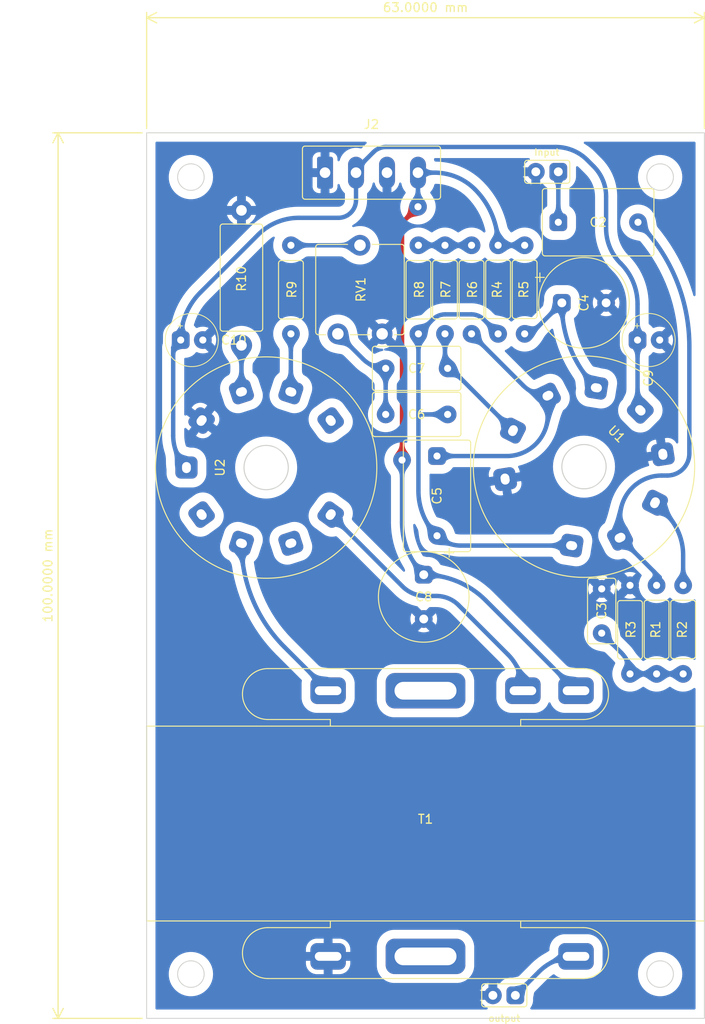
<source format=kicad_pcb>
(kicad_pcb (version 20211014) (generator pcbnew)
  (layers (0 "F.Cu" signal) (31 "B.Cu" signal) (34 "B.Paste" user) (35 "F.Paste" user) (36 "B.SilkS" user "B.Silkscreen") (37 "F.SilkS" user "F.Silkscreen") (38 "B.Mask" user) (39 "F.Mask" user) (44 "Edge.Cuts" user))
  (net 0 "")
  (net 1 "GND")
  (net 2 "240V")
  (net 3 "+6V")
  (net 4 "Net-(C7-Pad1)")
  (net 5 "Net-(C3-Pad1)")
  (net 6 "Left_output")
  (net 7 "Net-(T1-Pad2)")
  (net 8 "Net-(T1-Pad3)")
  (net 9 "Net-(C2-Pad1)")
  (net 10 "Net-(C2-Pad2)")
  (net 11 "Net-(C4-Pad1)")
  (net 12 "Net-(C5-Pad1)")
  (net 13 "Net-(C5-Pad2)")
  (net 14 "Net-(C6-Pad2)")
  (net 15 "Net-(R2-Pad2)")
  (net 16 "Net-(R6-Pad1)")
  (net 17 "Net-(R9-Pad1)")
  (net 18 "Net-(R9-Pad2)")
  (net 19 "Net-(R10-Pad1)")
  (footprint "spdf1626_lib:R_THT_025W" (layer "F.Cu") (at 93.7 57.7 -90)
    (fp_text reference "R6")
    (fp_text value "300k" hide)
  )
  (footprint "spdf1626_lib:C_THT_D10.0mm_P5.00mm" (layer "F.Cu") (at 88.3 92.4 -90)
    (fp_text reference "C8")
    (fp_text value "10uF" hide)
  )
  (footprint "spdf1626_lib:C_THT_K73-17_P9.00mm" (layer "F.Cu") (at 89.8 81 -90)
    (fp_text reference "C5")
    (fp_text value "100n" hide)
  )
  (footprint "spdf1626_lib:R_THT_025W" (layer "F.Cu") (at 117.6 96.1 90)
    (fp_text reference "R2")
    (fp_text value "200R" hide)
  )
  (footprint "spdf1626_lib:PinHeader_1x02_P2.54mm" (layer "F.Cu") (at 103.5 44.4 -90)
    (fp_text reference "J1" hide)
    (fp_text value "Input")
  )
  (footprint "spdf1626_lib:C_THT_D5.0mm_P2.5mm" (layer "F.Cu") (at 62.1 63.4)
    (fp_text reference "C10")
    (fp_text value "10uF" hide)
  )
  (footprint "spdf1626_lib:R_THT_025W" (layer "F.Cu") (at 96.7 57.7 90)
    (fp_text reference "R4")
    (fp_text value "220k opt" hide)
  )
  (footprint "spdf1626_lib:PinHeader_1x02_P2.54mm" (layer "F.Cu") (at 98.649999 137.4 -90)
    (fp_text reference "J3" hide)
    (fp_text value "output")
  )
  (footprint "spdf1626_lib:R_THT_025W" (layer "F.Cu") (at 73.3 57.7 -90)
    (fp_text reference "R9")
    (fp_text value "6k8" hide)
  )
  (footprint "spdf1626_lib:R_THT_025W" (layer "F.Cu") (at 111.6 96.1 -90)
    (fp_text reference "R3")
    (fp_text value "1k8" hide)
  )
  (footprint "spdf1626_lib:R_THT_025W" (layer "F.Cu") (at 87.7 57.7 -90)
    (fp_text reference "R8")
    (fp_text value "1k8" hide)
  )
  (footprint "spdf1626_lib:MCV_1,5_4-G-3.5_1x04_P3.50mm_Vertical" (layer "F.Cu") (at 82.4 44.5)
    (fp_text reference "J2")
    (fp_text value "Conn_01x04" hide)
  )
  (footprint "spdf1626_lib:C_THT_K73-17_P7.00mm" (layer "F.Cu") (at 87.5 66.6 180)
    (fp_text reference "C7")
    (fp_text value "33n" hide)
  )
  (footprint "spdf1626_lib:9-pin_tube_socket(PL9-3P)" (layer "F.Cu") (at 106.4 77.7 -45)
    (fp_text reference "U1")
    (fp_text value "6N2P")
    (fp_circle (center 0 0) (end 2.5 0) (layer "Edge.Cuts") (width 0.12) (fill none))
  )
  (footprint "spdf1626_lib:R_THT_025W" (layer "F.Cu") (at 99.7 57.7 90)
    (fp_text reference "R5")
    (fp_text value "680R" hide)
  )
  (footprint "spdf1626_lib:Potentiometer_THT_CA9V" (layer "F.Cu") (at 83.6 62.7 90)
    (fp_text reference "RV1")
    (fp_text value "100k" hide)
  )
  (footprint "spdf1626_lib:R_THT_1W" (layer "F.Cu") (at 67.71 64 90)
    (fp_text reference "R10")
    (fp_text value "220R*" hide)
  )
  (footprint "spdf1626_lib:C_THT_K73-17_P9.00mm" (layer "F.Cu") (at 108 50.1)
    (fp_text reference "C2")
    (fp_text value "100n" hide)
  )
  (footprint "spdf1626_lib:Output_transformer" (layer "F.Cu") (at 88.5 118)
    (fp_text reference "T1")
    (fp_text value "Transformer_SP_1S")
  )
  (footprint "spdf1626_lib:C_THT_K73-17_P7.00mm" (layer "F.Cu") (at 87.5 71.8 180)
    (fp_text reference "C6")
    (fp_text value "33n opt" hide)
  )
  (footprint "spdf1626_lib:C_THT_K73-17_P5.00mm" (layer "F.Cu") (at 108.4 96.5 90)
    (fp_text reference "C3")
    (fp_text value "1n" hide)
  )
  (footprint "spdf1626_lib:C_THT_D10.0mm_P5.00mm" (layer "F.Cu") (at 106.4 59.2)
    (fp_text reference "C4")
    (fp_text value "10uF" hide)
  )
  (footprint "spdf1626_lib:R_THT_025W" (layer "F.Cu") (at 90.7 57.7 -90)
    (fp_text reference "R7")
    (fp_text value "200R" hide)
  )
  (footprint "spdf1626_lib:R_THT_025W" (layer "F.Cu") (at 114.6 96.1 90)
    (fp_text reference "R1")
    (fp_text value "300k" hide)
  )
  (footprint "spdf1626_lib:9-pin_tube_socket(PL9-3P)" (layer "F.Cu") (at 70.5 77.8 90)
    (fp_text reference "U2")
    (fp_text value "6P14P")
    (fp_circle (center 0 0) (end 2.5 0) (layer "Edge.Cuts") (width 0.12) (fill none))
  )
  (footprint "spdf1626_lib:C_THT_D5.0mm_P2.5mm" (layer "F.Cu") (at 113.7 63.4)
    (fp_text reference "C9")
    (fp_text value "10uF" hide)
  )
  (gr_circle (center 115 135) (end 115 133.5) (layer "Edge.Cuts") (width 0.1) (fill none))
  (gr_circle (center 115 45) (end 115 43.5) (layer "Edge.Cuts") (width 0.1) (fill none))
  (gr_circle (center 62 135) (end 62 133.5) (layer "Edge.Cuts") (width 0.1) (fill none))
  (gr_circle (center 62 45) (end 62 43.5) (layer "Edge.Cuts") (width 0.1) (fill none))
  (gr_rect (start 57 40) (end 120 140) (layer "Edge.Cuts") (width 0.1) (fill none))
  (dimension (type aligned) (layer "F.SilkS") (pts (xy 57 140) (xy 57 40)) (height -10) (gr_text "100,0000 мм" (at 45.85 90 90) (layer "F.SilkS") (effects (font (size 1 1) (thickness 0.15)))) (format (units 3) (units_format 1) (precision 4)) (style (thickness 0.15) (arrow_length 1.27) (text_position_mode 0) (extension_height 0.58642) (extension_offset 0.5) keep_text_aligned))
  (dimension (type aligned) (layer "F.SilkS") (pts (xy 57 40) (xy 120 40)) (height -13) (gr_text "63,0000 мм" (at 88.5 25.85) (layer "F.SilkS") (effects (font (size 1 1) (thickness 0.15)))) (format (units 3) (units_format 1) (precision 4)) (style (thickness 0.15) (arrow_length 1.27) (text_position_mode 0) (extension_height 0.58642) (extension_offset 0.5) keep_text_aligned))
  (segment (start 85.85 76.95) (end 85.85 50.15) (width 0.5) (layer "F.Cu") (net 2))
  (segment (start 85.85 50.15) (end 87.65 48.35) (width 0.5) (layer "F.Cu") (net 2))
  (via (at 87.65 48.35) (size 2) (drill 0.8) (layers "F.Cu" "B.Cu") (net 2))
  (via (at 85.85 76.95) (size 2) (drill 0.8) (layers "F.Cu" "B.Cu") (net 2))
  (segment (start 95.299278 92.799278) (end 105.5 103) (width 0.5) (layer "B.Cu") (net 2))
  (segment (start 85.85 76.95) (end 85.85 83.985152) (width 0.5) (layer "B.Cu") (net 2))
  (segment (start 99.7 52.7) (end 96.7 52.7) (width 0.5) (layer "B.Cu") (net 2))
  (segment (start 89.536122 44.5) (end 87.65 44.5) (width 0.5) (layer "B.Cu") (net 2))
  (segment (start 87.65 44.5) (end 87.65 48.35) (width 0.5) (layer "B.Cu") (net 2))
  (arc (start 95.299278 92.799278) (mid 92.087891 90.653498) (end 88.3 89.9) (width 0.5) (layer "B.Cu") (net 2))
  (arc (start 94.083661 46.383661) (mid 91.997225 44.989544) (end 89.536122 44.5) (width 0.5) (layer "B.Cu") (net 2))
  (arc (start 88.3 89.9) (mid 86.486739 87.186254) (end 85.85 83.985152) (width 0.5) (layer "B.Cu") (net 2))
  (arc (start 94.083661 46.383661) (mid 96.020035 49.28165) (end 96.7 52.7) (width 0.5) (layer "B.Cu") (net 2))
  (segment (start 112.45 71.022078) (end 112.45 63.4) (width 0.5) (layer "B.Cu") (net 3))
  (segment (start 60.85 63.4) (end 60 64.25) (width 0.5) (layer "B.Cu") (net 3))
  (segment (start 110.549648 54.749648) (end 110.514251 54.714251) (width 0.5) (layer "B.Cu") (net 3))
  (segment (start 108.9 50.817103) (end 108.9 47.204568) (width 0.5) (layer "B.Cu") (net 3))
  (segment (start 107.482556 43.782556) (end 106.773877 43.073877) (width 0.5) (layer "B.Cu") (net 3))
  (segment (start 80.65 44.15) (end 80.65 44.5) (width 0.5) (layer "B.Cu") (net 3))
  (segment (start 63.077378 58.022622) (end 69.589877 51.510123) (width 0.5) (layer "B.Cu") (net 3))
  (segment (start 74.201321 49.6) (end 78.65 49.6) (width 0.5) (layer "B.Cu") (net 3))
  (segment (start 82.614213 42.185787) (end 80.65 44.15) (width 0.5) (layer "B.Cu") (net 3))
  (segment (start 112.45 63.4) (end 112.45 59.337504) (width 0.5) (layer "B.Cu") (net 3))
  (segment (start 80.65 47.6) (end 80.65 44.5) (width 0.5) (layer "B.Cu") (net 3))
  (segment (start 112.763961 71.336039) (end 112.45 71.022078) (width 0.5) (layer "B.Cu") (net 3))
  (segment (start 60 64.25) (end 60 74.178736) (width 0.5) (layer "B.Cu") (net 3))
  (segment (start 103.215622 41.6) (end 84.028427 41.6) (width 0.5) (layer "B.Cu") (net 3))
  (arc (start 107.482556 43.782556) (mid 108.531618 45.352588) (end 108.9 47.204568) (width 0.5) (layer "B.Cu") (net 3))
  (arc (start 74.201321 49.6) (mid 71.705625 50.096425) (end 69.589877 51.510123) (width 0.5) (layer "B.Cu") (net 3))
  (arc (start 110.514251 54.714251) (mid 109.31953 52.926224) (end 108.9 50.817103) (width 0.5) (layer "B.Cu") (net 3))
  (arc (start 84.028427 41.6) (mid 83.26306 41.752241) (end 82.614213 42.185787) (width 0.5) (layer "B.Cu") (net 3))
  (arc (start 106.773877 43.073877) (mid 105.141336 41.983048) (end 103.215622 41.6) (width 0.5) (layer "B.Cu") (net 3))
  (arc (start 60 74.178736) (mid 60.389827 76.138528) (end 61.5 77.8) (width 0.5) (layer "B.Cu") (net 3))
  (arc (start 60.85 63.4) (mid 61.428877 60.489779) (end 63.077378 58.022622) (width 0.5) (layer "B.Cu") (net 3))
  (arc (start 78.65 49.6) (mid 80.064214 49.014214) (end 80.65 47.6) (width 0.5) (layer "B.Cu") (net 3))
  (arc (start 112.45 59.337504) (mid 111.956115 56.854574) (end 110.549648 54.749648) (width 0.5) (layer "B.Cu") (net 3))
  (segment (start 91.354344 66.6) (end 98.381409 73.627065) (width 0.5) (layer "B.Cu") (net 4))
  (segment (start 90.7 66.3) (end 91 66.6) (width 0.5) (layer "B.Cu") (net 4))
  (segment (start 91 66.6) (end 91.354344 66.6) (width 0.5) (layer "B.Cu") (net 4))
  (segment (start 90.7 62.7) (end 90.7 66.3) (width 0.5) (layer "B.Cu") (net 4))
  (segment (start 117.6 101.1) (end 114.6 101.1) (width 0.5) (layer "B.Cu") (net 5))
  (segment (start 114.6 101.1) (end 111.6 101.1) (width 0.5) (layer "B.Cu") (net 5))
  (segment (start 110.610037 98.710037) (end 108.4 96.5) (width 0.5) (layer "B.Cu") (net 5))
  (arc (start 111.6 101.1) (mid 111.342717 99.806571) (end 110.610037 98.710037) (width 0.5) (layer "B.Cu") (net 5))
  (segment (start 98.649999 137.4) (end 101.317586 134.732413) (width 0.5) (layer "B.Cu") (net 6))
  (arc (start 105.5 133) (mid 103.236494 133.450239) (end 101.317586 134.732413) (width 0.5) (layer "B.Cu") (net 6))
  (segment (start 85.900383 91.220383) (end 77.79 83.11) (width 0.5) (layer "B.Cu") (net 7))
  (segment (start 97.80295 98.90295) (end 92.243651 93.343651) (width 0.5) (layer "B.Cu") (net 7))
  (segment (start 89.724055 92.3) (end 88.506809 92.3) (width 0.5) (layer "B.Cu") (net 7))
  (arc (start 85.900383 91.220383) (mid 87.096221 92.019416) (end 88.506809 92.3) (width 0.5) (layer "B.Cu") (net 7))
  (arc (start 92.243651 93.343651) (mid 91.087651 92.571236) (end 89.724055 92.3) (width 0.5) (layer "B.Cu") (net 7))
  (arc (start 97.80295 98.90295) (mid 99.058952 100.78269) (end 99.5 103) (width 0.5) (layer "B.Cu") (net 7))
  (segment (start 77.5 103) (end 72.560749 98.060749) (width 0.5) (layer "B.Cu") (net 8))
  (arc (start 67.71 86.35) (mid 68.970668 92.687815) (end 72.560749 98.060749) (width 0.5) (layer "B.Cu") (net 8))
  (segment (start 103.5 50.1) (end 103.5 44.4) (width 0.5) (layer "B.Cu") (net 9))
  (segment (start 118.3 76.205904) (end 118.3 64.102524) (width 0.5) (layer "B.Cu") (net 10))
  (segment (start 110.472935 85.718591) (end 110.472935 83.410496) (width 0.5) (layer "B.Cu") (net 10))
  (segment (start 115.183431 78.7) (end 115.805904 78.7) (width 0.5) (layer "B.Cu") (net 10))
  (segment (start 114.95 90.75) (end 114.6 91.1) (width 0.5) (layer "B.Cu") (net 10))
  (segment (start 110.472935 85.718591) (end 114.95 90.195656) (width 0.5) (layer "B.Cu") (net 10))
  (segment (start 114.95 90.195656) (end 114.95 90.75) (width 0.5) (layer "B.Cu") (net 10))
  (arc (start 118.3 64.102524) (mid 116.792613 56.52438) (end 112.5 50.1) (width 0.5) (layer "B.Cu") (net 10))
  (arc (start 118.3 76.205904) (mid 117.569496 77.969496) (end 115.805904 78.7) (width 0.5) (layer "B.Cu") (net 10))
  (arc (start 110.472935 83.410496) (mid 111.852607 80.079672) (end 115.183431 78.7) (width 0.5) (layer "B.Cu") (net 10))
  (segment (start 100.4 62.7) (end 103.9 59.2) (width 0.5) (layer "B.Cu") (net 11))
  (segment (start 103.9 59.2) (end 103.9 59.374857) (width 0.5) (layer "B.Cu") (net 11))
  (segment (start 99.7 62.7) (end 100.4 62.7) (width 0.5) (layer "B.Cu") (net 11))
  (arc (start 107.800071 68.790455) (mid 104.913594 64.470539) (end 103.9 59.374857) (width 0.5) (layer "B.Cu") (net 11))
  (segment (start 102.327065 71.840228) (end 102.327065 69.681409) (width 0.5) (layer "B.Cu") (net 12))
  (segment (start 89.8 76.5) (end 97.667293 76.5) (width 0.5) (layer "B.Cu") (net 12))
  (segment (start 93.7 62.7) (end 99.517756 68.517756) (width 0.5) (layer "B.Cu") (net 12))
  (arc (start 102.327065 71.840228) (mid 100.962249 75.135184) (end 97.667293 76.5) (width 0.5) (layer "B.Cu") (net 12))
  (arc (start 102.327065 69.681409) (mid 100.806676 69.378986) (end 99.517756 68.517756) (width 0.5) (layer "B.Cu") (net 12))
  (segment (start 93.671573 60.5) (end 90.728427 60.5) (width 0.5) (layer "B.Cu") (net 13))
  (segment (start 104.999929 86.609545) (end 92.478657 86.609545) (width 0.5) (layer "B.Cu") (net 13))
  (segment (start 96.7 62.7) (end 95.085786 61.085786) (width 0.5) (layer "B.Cu") (net 13))
  (segment (start 89.314213 61.085787) (end 87.7 62.7) (width 0.5) (layer "B.Cu") (net 13))
  (segment (start 87.7 80.430114) (end 87.7 71.8) (width 0.5) (layer "B.Cu") (net 13))
  (segment (start 87.7 71.8) (end 87.7 62.7) (width 0.5) (layer "B.Cu") (net 13))
  (segment (start 91 71.8) (end 87.7 71.8) (width 0.5) (layer "B.Cu") (net 13))
  (arc (start 89.8 85.5) (mid 91.028986 86.321187) (end 92.478657 86.609545) (width 0.5) (layer "B.Cu") (net 13))
  (arc (start 87.7 80.430114) (mid 88.245779 83.17393) (end 89.8 85.5) (width 0.5) (layer "B.Cu") (net 13))
  (arc (start 93.671573 60.5) (mid 94.43694 60.652241) (end 95.085786 61.085786) (width 0.5) (layer "B.Cu") (net 13))
  (arc (start 90.728427 60.5) (mid 89.96306 60.652241) (end 89.314213 61.085787) (width 0.5) (layer "B.Cu") (net 13))
  (segment (start 81.439248 65.539248) (end 78.6 62.7) (width 0.5) (layer "B.Cu") (net 14))
  (segment (start 84 71.8) (end 84 66.6) (width 0.5) (layer "B.Cu") (net 14))
  (arc (start 84 66.6) (mid 82.61419 66.32432) (end 81.439248 65.539248) (width 0.5) (layer "B.Cu") (net 14))
  (segment (start 115.662316 83.01666) (end 114.418591 81.772935) (width 0.5) (layer "B.Cu") (net 15))
  (segment (start 117.6 91.1) (end 117.6 87.694644) (width 0.5) (layer "B.Cu") (net 15))
  (arc (start 117.6 87.694644) (mid 117.096412 85.162937) (end 115.662316 83.01666) (width 0.5) (layer "B.Cu") (net 15))
  (segment (start 93.7 52.7) (end 90.7 52.7) (width 0.5) (layer "B.Cu") (net 16))
  (segment (start 90.7 52.7) (end 87.7 52.7) (width 0.5) (layer "B.Cu") (net 16))
  (segment (start 81.1 52.7) (end 73.3 52.7) (width 0.5) (layer "B.Cu") (net 17))
  (segment (start 73.29 62.71) (end 73.3 62.7) (width 0.5) (layer "B.Cu") (net 18))
  (segment (start 73.29 69.25) (end 73.29 62.71) (width 0.5) (layer "B.Cu") (net 18))
  (segment (start 67.71 64) (end 67.71 69.25) (width 0.5) (layer "B.Cu") (net 19))
  (zone (net 2) (net_name "240V") (layer "F.Cu") (priority 16962) (connect_pads yes (clearance 0)) (min_thickness 0.0254) (fill yes (thermal_gap 0.508) (thermal_bridge_width 0.508))
    (polygon (pts (xy 85.6 74.96) (xy 85.590391 75.190451) (xy 85.562946 75.381993) (xy 85.519737 75.542965) (xy 85.462838 75.681702) (xy 85.394321 75.806543) (xy 85.316257 75.925825) (xy 85.230721 76.047886) (xy 85.139784 76.181062) (xy 85.04552 76.333691) (xy 84.95 76.514111) (xy 85.85 77.45) (xy 86.75 76.514111) (xy 86.654479 76.333691) (xy 86.560215 76.181062) (xy 86.469278 76.047886) (xy 86.383742 75.925825) (xy 86.305678 75.806543) (xy 86.237161 75.681702) (xy 86.180262 75.542965) (xy 86.137053 75.381993) (xy 86.109608 75.190451) (xy 86.1 74.96)))
  )
  (zone (net 2) (net_name "240V") (layer "F.Cu") (priority 16962) (connect_pads yes (clearance 0)) (min_thickness 0.0254) (fill yes (thermal_gap 0.508) (thermal_bridge_width 0.508))
    (polygon (pts (xy 86.419635 49.933918) (xy 86.589383 49.777758) (xy 86.74423 49.661724) (xy 86.888607 49.578453) (xy 87.026943 49.520585) (xy 87.163668 49.480758) (xy 87.303211 49.451612) (xy 87.450004 49.425786) (xy 87.608476 49.395918) (xy 87.783056 49.354648) (xy 87.978175 49.294616) (xy 88.003553 47.996447) (xy 86.705384 48.021825) (xy 86.645351 48.216943) (xy 86.604081 48.391523) (xy 86.574213 48.549995) (xy 86.548387 48.696788) (xy 86.519241 48.836331) (xy 86.479414 48.973056) (xy 86.421546 49.111392) (xy 86.338275 49.255769) (xy 86.222241 49.410616) (xy 86.066082 49.580365)))
  )
  (zone (net 12) (net_name "Net-(C5-Pad1)") (layer "B.Cu") (priority 16962) (connect_pads yes (clearance 0)) (min_thickness 0.0254) (fill yes (thermal_gap 0.508) (thermal_bridge_width 0.508))
    (polygon (pts (xy 91.79 76.25) (xy 91.559548 76.240391) (xy 91.368006 76.212946) (xy 91.207034 76.169737) (xy 91.068297 76.112838) (xy 90.943456 76.044321) (xy 90.824174 75.966257) (xy 90.702113 75.880721) (xy 90.568937 75.789784) (xy 90.416308 75.69552) (xy 90.235889 75.6) (xy 89.3 76.5) (xy 90.235889 77.4) (xy 90.416308 77.304479) (xy 90.568937 77.210215) (xy 90.702113 77.119278) (xy 90.824174 77.033742) (xy 90.943456 76.955678) (xy 91.068297 76.887161) (xy 91.207034 76.830262) (xy 91.368006 76.787053) (xy 91.559548 76.759608) (xy 91.79 76.75)))
  )
  (zone (net 3) (net_name "+6V") (layer "B.Cu") (priority 16962) (connect_pads yes (clearance 0)) (min_thickness 0.0254) (fill yes (thermal_gap 0.508) (thermal_bridge_width 0.508))
    (polygon (pts (xy 60.25 65.047918) (xy 60.263118 64.891205) (xy 60.300768 64.767082) (xy 60.360392 64.670524) (xy 60.439432 64.596511) (xy 60.535331 64.540019) (xy 60.64553 64.496027) (xy 60.767471 64.459513) (xy 60.898598 64.425455) (xy 61.036352 64.388829) (xy 61.178175 64.344616) (xy 61.203553 63.046447) (xy 59.850001 63.4) (xy 59.8472 63.597698) (xy 59.8396 63.766855) (xy 59.8284 63.915431) (xy 59.8148 64.051387) (xy 59.8 64.182684) (xy 59.7852 64.317284) (xy 59.7716 64.463145) (xy 59.7604 64.628231) (xy 59.7528 64.820502) (xy 59.75 65.047918)))
  )
  (zone (net 9) (net_name "Net-(C2-Pad1)") (layer "B.Cu") (priority 16962) (connect_pads yes (clearance 0)) (min_thickness 0.0254) (fill yes (thermal_gap 0.508) (thermal_bridge_width 0.508))
    (polygon (pts (xy 103.75 46.39) (xy 103.759608 46.159548) (xy 103.787053 45.968006) (xy 103.830262 45.807034) (xy 103.887161 45.668297) (xy 103.955678 45.543456) (xy 104.033742 45.424174) (xy 104.119278 45.302113) (xy 104.210215 45.168937) (xy 104.304479 45.016308) (xy 104.4 44.835889) (xy 103.5 43.9) (xy 102.6 44.835889) (xy 102.69552 45.016308) (xy 102.789784 45.168937) (xy 102.880721 45.302113) (xy 102.966257 45.424174) (xy 103.044321 45.543456) (xy 103.112838 45.668297) (xy 103.169737 45.807034) (xy 103.212946 45.968006) (xy 103.240391 46.159548) (xy 103.25 46.39)))
  )
  (zone (net 19) (net_name "Net-(R10-Pad1)") (layer "B.Cu") (priority 16962) (connect_pads yes (clearance 0)) (min_thickness 0.0254) (fill yes (thermal_gap 0.508) (thermal_bridge_width 0.508))
    (polygon (pts (xy 67.96 66.39) (xy 67.972735 66.111175) (xy 68.008972 65.880673) (xy 68.065751 65.688052) (xy 68.140116 65.522867) (xy 68.229109 65.374674) (xy 68.329774 65.23303) (xy 68.439153 65.087491) (xy 68.554288 64.927613) (xy 68.672223 64.742953) (xy 68.79 64.523067) (xy 67.71 63.4) (xy 66.63 64.523067) (xy 66.747776 64.742953) (xy 66.865711 64.927613) (xy 66.980846 65.087491) (xy 67.090225 65.23303) (xy 67.19089 65.374674) (xy 67.279883 65.522867) (xy 67.354248 65.688052) (xy 67.411027 65.880673) (xy 67.447264 66.111175) (xy 67.46 66.39)))
  )
  (zone (net 5) (net_name "Net-(C3-Pad1)") (layer "B.Cu") (priority 16962) (connect_pads yes (clearance 0)) (min_thickness 0.0254) (fill yes (thermal_gap 0.508) (thermal_bridge_width 0.508))
    (polygon (pts (xy 115.61 101.35) (xy 115.840451 101.359608) (xy 116.031993 101.387053) (xy 116.192965 101.430262) (xy 116.331702 101.487161) (xy 116.456543 101.555678) (xy 116.575825 101.633742) (xy 116.697886 101.719278) (xy 116.831062 101.810215) (xy 116.983691 101.904479) (xy 117.164111 102) (xy 118.1 101.1) (xy 117.164111 100.2) (xy 116.983691 100.29552) (xy 116.831062 100.389784) (xy 116.697886 100.480721) (xy 116.575825 100.566257) (xy 116.456543 100.644321) (xy 116.331702 100.712838) (xy 116.192965 100.769737) (xy 116.031993 100.812946) (xy 115.840451 100.840391) (xy 115.61 100.85)))
  )
  (zone (net 18) (net_name "Net-(R9-Pad2)") (layer "B.Cu") (priority 16962) (connect_pads yes (clearance 0)) (min_thickness 0.0254) (fill yes (thermal_gap 0.508) (thermal_bridge_width 0.508))
    (polygon (pts (xy 73.54 64.7) (xy 73.549572 64.469088) (xy 73.576949 64.27711) (xy 73.620118 64.115748) (xy 73.677071 63.976687) (xy 73.745794 63.851609) (xy 73.824278 63.732196) (xy 73.910511 63.610133) (xy 74.002482 63.477101) (xy 74.098181 63.324785) (xy 74.195596 63.144867) (xy 73.304999 62.200025) (xy 72.395687 63.126868) (xy 72.490139 63.309843) (xy 72.583445 63.464682) (xy 72.673532 63.599795) (xy 72.758328 63.723598) (xy 72.835763 63.844501) (xy 72.903764 63.97092) (xy 72.96026 64.111266) (xy 73.003178 64.273952) (xy 73.030449 64.467392) (xy 73.04 64.7)))
  )
  (zone (net 4) (net_name "Net-(C7-Pad1)") (layer "B.Cu") (priority 16962) (connect_pads yes (clearance 0)) (min_thickness 0.0254) (fill yes (thermal_gap 0.508) (thermal_bridge_width 0.508))
    (polygon (pts (xy 90.95 64.69) (xy 90.959608 64.459548) (xy 90.987053 64.268006) (xy 91.030262 64.107034) (xy 91.087161 63.968297) (xy 91.155678 63.843456) (xy 91.233742 63.724174) (xy 91.319278 63.602113) (xy 91.410215 63.468937) (xy 91.504479 63.316308) (xy 91.6 63.135889) (xy 90.7 62.2) (xy 89.8 63.135889) (xy 89.89552 63.316308) (xy 89.989784 63.468937) (xy 90.080721 63.602113) (xy 90.166257 63.724174) (xy 90.244321 63.843456) (xy 90.312838 63.968297) (xy 90.369737 64.107034) (xy 90.412946 64.268006) (xy 90.440391 64.459548) (xy 90.45 64.69)))
  )
  (zone (net 7) (net_name "Net-(T1-Pad2)") (layer "B.Cu") (priority 16962) (connect_pads yes (clearance 0)) (min_thickness 0.0254) (fill yes (thermal_gap 0.508) (thermal_bridge_width 0.508))
    (polygon (pts (xy 98.523316 100.25599) (xy 98.658619 100.537707) (xy 98.727612 100.785302) (xy 98.740166 101.00701) (xy 98.706151 101.211066) (xy 98.635439 101.405706) (xy 98.537901 101.599164) (xy 98.423407 101.799676) (xy 98.301827 102.015478) (xy 98.183034 102.254805) (xy 98.076898 102.525892) (xy 99.596809 103.743725) (xy 100.754309 102.177379) (xy 100.557686 101.897891) (xy 100.373419 101.67138) (xy 100.198288 101.483197) (xy 100.029074 101.318691) (xy 99.862558 101.163215) (xy 99.69552 101.002116) (xy 99.524743 100.820747) (xy 99.347006 100.604458) (xy 99.15909 100.338598) (xy 98.957778 100.00852)))
  )
  (zone (net 12) (net_name "Net-(C5-Pad1)") (layer "B.Cu") (priority 16962) (connect_pads yes (clearance 0)) (min_thickness 0.0254) (fill yes (thermal_gap 0.508) (thermal_bridge_width 0.508))
    (polygon (pts (xy 99.841677 69.122573) (xy 100.099102 69.31825) (xy 100.308685 69.493292) (xy 100.481493 69.652208) (xy 100.628598 69.799508) (xy 100.76107 69.939704) (xy 100.889979 70.077306) (xy 101.026395 70.216826) (xy 101.181388 70.362772) (xy 101.366029 70.519657) (xy 101.591389 70.691992) (xy 102.944347 69.779323) (xy 101.965178 68.484941) (xy 101.746435 68.562885) (xy 101.549964 68.651) (xy 101.370398 68.740921) (xy 101.202371 68.824284) (xy 101.040514 68.892724) (xy 100.879461 68.937878) (xy 100.713845 68.951381) (xy 100.538298 68.924868) (xy 100.347455 68.849976) (xy 100.135947 68.718341)))
  )
  (zone (net 12) (net_name "Net-(C5-Pad1)") (layer "B.Cu") (priority 16962) (connect_pads yes (clearance 0)) (min_thickness 0.0254) (fill yes (thermal_gap 0.508) (thermal_bridge_width 0.508))
    (polygon (pts (xy 95.283918 63.930365) (xy 95.127758 63.760616) (xy 95.011724 63.605769) (xy 94.928453 63.461392) (xy 94.870585 63.323056) (xy 94.830758 63.186331) (xy 94.801612 63.046788) (xy 94.775786 62.899995) (xy 94.745918 62.741523) (xy 94.704648 62.566943) (xy 94.644616 62.371825) (xy 93.346447 62.346447) (xy 93.371825 63.644616) (xy 93.566943 63.704648) (xy 93.741523 63.745918) (xy 93.899995 63.775786) (xy 94.046788 63.801612) (xy 94.186331 63.830758) (xy 94.323056 63.870585) (xy 94.461392 63.928453) (xy 94.605769 64.011724) (xy 94.760616 64.127758) (xy 94.930365 64.283918)))
  )
  (zone (net 3) (net_name "+6V") (layer "B.Cu") (priority 16962) (connect_pads yes (clearance 0)) (min_thickness 0.0254) (fill yes (thermal_gap 0.508) (thermal_bridge_width 0.508))
    (polygon (pts (xy 60.870074 61.357983) (xy 60.799097 61.592621) (xy 60.725148 61.78539) (xy 60.647845 61.945339) (xy 60.566804 62.081512) (xy 60.481641 62.202959) (xy 60.391973 62.318725) (xy 60.297417 62.437857) (xy 60.197588 62.569403) (xy 60.092104 62.722409) (xy 59.980582 62.905923) (xy 60.817151 63.898919) (xy 61.776693 63.024181) (xy 61.696168 62.846435) (xy 61.613072 62.692541) (xy 61.531548 62.555563) (xy 61.455738 62.428568) (xy 61.389785 62.304623) (xy 61.337833 62.176794) (xy 61.304023 62.038148) (xy 61.2925 61.88175) (xy 61.307405 61.700667) (xy 61.352882 61.487967)))
  )
  (zone (net 5) (net_name "Net-(C3-Pad1)") (layer "B.Cu") (priority 16962) (connect_pads yes (clearance 0)) (min_thickness 0.0254) (fill yes (thermal_gap 0.508) (thermal_bridge_width 0.508))
    (polygon (pts (xy 110.817834 99.354139) (xy 110.916886 99.525377) (xy 110.974123 99.679072) (xy 110.995535 99.819595) (xy 110.987114 99.951315) (xy 110.95485 100.078603) (xy 110.904735 100.20583) (xy 110.842759 100.337366) (xy 110.774915 100.47758) (xy 110.707192 100.630845) (xy 110.645582 100.80153) (xy 111.673699 101.594538) (xy 112.42592 100.536213) (xy 112.294736 100.352394) (xy 112.175384 100.200185) (xy 112.064415 100.070874) (xy 111.958382 99.955751) (xy 111.853839 99.846108) (xy 111.747338 99.733235) (xy 111.635433 99.608421) (xy 111.514676 99.462957) (xy 111.381622 99.288133) (xy 111.232822 99.075241)))
  )
  (zone (net 2) (net_name "240V") (layer "B.Cu") (priority 16962) (connect_pads yes (clearance 0)) (min_thickness 0.0254) (fill yes (thermal_gap 0.508) (thermal_bridge_width 0.508))
    (polygon (pts (xy 97.71 52.95) (xy 97.940451 52.959608) (xy 98.131993 52.987053) (xy 98.292965 53.030262) (xy 98.431702 53.087161) (xy 98.556543 53.155678) (xy 98.675825 53.233742) (xy 98.797886 53.319278) (xy 98.931062 53.410215) (xy 99.083691 53.504479) (xy 99.264111 53.6) (xy 100.2 52.7) (xy 99.264111 51.8) (xy 99.083691 51.89552) (xy 98.931062 51.989784) (xy 98.797886 52.080721) (xy 98.675825 52.166257) (xy 98.556543 52.244321) (xy 98.431702 52.312838) (xy 98.292965 52.369737) (xy 98.131993 52.412946) (xy 97.940451 52.440391) (xy 97.71 52.45)))
  )
  (zone (net 14) (net_name "Net-(C6-Pad2)") (layer "B.Cu") (priority 16962) (connect_pads yes (clearance 0)) (min_thickness 0.0254) (fill yes (thermal_gap 0.508) (thermal_bridge_width 0.508))
    (polygon (pts (xy 84.25 68.59) (xy 84.259608 68.359548) (xy 84.287053 68.168006) (xy 84.330262 68.007034) (xy 84.387161 67.868297) (xy 84.455678 67.743456) (xy 84.533742 67.624174) (xy 84.619278 67.502113) (xy 84.710215 67.368937) (xy 84.804479 67.216308) (xy 84.9 67.035889) (xy 84 66.1) (xy 83.1 67.035889) (xy 83.19552 67.216308) (xy 83.289784 67.368937) (xy 83.380721 67.502113) (xy 83.466257 67.624174) (xy 83.544321 67.743456) (xy 83.612838 67.868297) (xy 83.669737 68.007034) (xy 83.712946 68.168006) (xy 83.740391 68.359548) (xy 83.75 68.59)))
  )
  (zone (net 3) (net_name "+6V") (layer "B.Cu") (priority 16962) (connect_pads yes (clearance 0)) (min_thickness 0.0254) (fill yes (thermal_gap 0.508) (thermal_bridge_width 0.508))
    (polygon (pts (xy 59.985536 75.751864) (xy 60.07084 76.060364) (xy 60.12636 76.324348) (xy 60.158594 76.554064) (xy 60.174041 76.759761) (xy 60.179197 76.951686) (xy 60.180562 77.140088) (xy 60.184634 77.335216) (xy 60.197911 77.547317) (xy 60.226892 77.78664) (xy 60.278075 78.063434) (xy 61.884858 78.292452) (xy 62.050902 76.677946) (xy 61.831218 76.582885) (xy 61.623863 76.512484) (xy 61.429294 76.45648) (xy 61.247966 76.404609) (xy 61.080336 76.346608) (xy 60.926859 76.272212) (xy 60.787991 76.171159) (xy 60.66419 76.033186) (xy 60.555911 75.848029) (xy 60.46361 75.605424)))
  )
  (zone (net 8) (net_name "Net-(T1-Pad3)") (layer "B.Cu") (priority 16962) (connect_pads yes (clearance 0)) (min_thickness 0.0254) (fill yes (thermal_gap 0.508) (thermal_bridge_width 0.508))
    (polygon (pts (xy 68.145488 88.802922) (xy 68.117571 88.521408) (xy 68.124301 88.285847) (xy 68.160921 88.086208) (xy 68.222676 87.912461) (xy 68.304812 87.754575) (xy 68.402572 87.602522) (xy 68.511202 87.446271) (xy 68.625945 87.275792) (xy 68.742048 87.081055) (xy 68.854755 86.85203) (xy 67.68642 85.725445) (xy 66.606358 86.936918) (xy 66.74118 87.168774) (xy 66.873001 87.361182) (xy 67.000418 87.52579) (xy 67.122028 87.674246) (xy 67.236427 87.818198) (xy 67.342213 87.969296) (xy 67.437984 88.139187) (xy 67.522336 88.339521) (xy 67.593867 88.581946) (xy 67.651174 88.87811)))
  )
  (zone (net 15) (net_name "Net-(R2-Pad2)") (layer "B.Cu") (priority 16962) (connect_pads yes (clearance 0)) (min_thickness 0.0254) (fill yes (thermal_gap 0.508) (thermal_bridge_width 0.508))
    (polygon (pts (xy 116.664527 83.838121) (xy 116.461231 83.52799) (xy 116.300258 83.259522) (xy 116.173802 83.022309) (xy 116.074056 82.805943) (xy 115.993214 82.600017) (xy 115.923471 82.394123) (xy 115.857021 82.177853) (xy 115.786056 81.9408) (xy 115.702772 81.672557) (xy 115.599362 81.362716) (xy 113.97665 81.330994) (xy 114.008372 82.953706) (xy 114.305788 83.046278) (xy 114.574504 83.113866) (xy 114.819185 83.167835) (xy 115.044496 83.219551) (xy 115.255104 83.280378) (xy 115.455672 83.361682) (xy 115.650866 83.474829) (xy 115.845352 83.631183) (xy 116.043795 83.84211) (xy 116.250861 84.118975)))
  )
  (zone (net 16) (net_name "Net-(R6-Pad1)") (layer "B.Cu") (priority 16962) (connect_pads yes (clearance 0)) (min_thickness 0.0254) (fill yes (thermal_gap 0.508) (thermal_bridge_width 0.508))
    (polygon (pts (xy 91.71 52.95) (xy 91.940451 52.959608) (xy 92.131993 52.987053) (xy 92.292965 53.030262) (xy 92.431702 53.087161) (xy 92.556543 53.155678) (xy 92.675825 53.233742) (xy 92.797886 53.319278) (xy 92.931062 53.410215) (xy 93.083691 53.504479) (xy 93.264111 53.6) (xy 94.2 52.7) (xy 93.264111 51.8) (xy 93.083691 51.89552) (xy 92.931062 51.989784) (xy 92.797886 52.080721) (xy 92.675825 52.166257) (xy 92.556543 52.244321) (xy 92.431702 52.312838) (xy 92.292965 52.369737) (xy 92.131993 52.412946) (xy 91.940451 52.440391) (xy 91.71 52.45)))
  )
  (zone (net 4) (net_name "Net-(C7-Pad1)") (layer "B.Cu") (priority 16962) (connect_pads yes (clearance 0)) (min_thickness 0.0254) (fill yes (thermal_gap 0.508) (thermal_bridge_width 0.508))
    (polygon (pts (xy 90.45 64.64) (xy 90.440927 64.895743) (xy 90.415789 65.109808) (xy 90.377708 65.291615) (xy 90.329806 65.450585) (xy 90.275204 65.596139) (xy 90.217023 65.737698) (xy 90.158386 65.884683) (xy 90.102415 66.046514) (xy 90.052229 66.232613) (xy 90.010953 66.4524) (xy 91.149137 67.077239) (xy 91.729016 65.915505) (xy 91.599477 65.785235) (xy 91.477765 65.673287) (xy 91.365246 65.573016) (xy 91.26329 65.477778) (xy 91.173264 65.38093) (xy 91.096538 65.275828) (xy 91.03448 65.155828) (xy 90.988459 65.014286) (xy 90.959842 64.844557) (xy 90.95 64.64)))
  )
  (zone (net 5) (net_name "Net-(C3-Pad1)") (layer "B.Cu") (priority 16962) (connect_pads yes (clearance 0)) (min_thickness 0.0254) (fill yes (thermal_gap 0.508) (thermal_bridge_width 0.508))
    (polygon (pts (xy 116.59 100.85) (xy 116.359548 100.840391) (xy 116.168006 100.812946) (xy 116.007034 100.769737) (xy 115.868297 100.712838) (xy 115.743456 100.644321) (xy 115.624174 100.566257) (xy 115.502113 100.480721) (xy 115.368937 100.389784) (xy 115.216308 100.29552) (xy 115.035889 100.2) (xy 114.1 101.1) (xy 115.035889 102) (xy 115.216308 101.904479) (xy 115.368937 101.810215) (xy 115.502113 101.719278) (xy 115.624174 101.633742) (xy 115.743456 101.555678) (xy 115.868297 101.487161) (xy 116.007034 101.430262) (xy 116.168006 101.387053) (xy 116.359548 101.359608) (xy 116.59 101.35)))
  )
  (zone (net 13) (net_name "Net-(C5-Pad2)") (layer "B.Cu") (priority 16962) (connect_pads yes (clearance 0)) (min_thickness 0.0254) (fill yes (thermal_gap 0.508) (thermal_bridge_width 0.508))
    (polygon (pts (xy 88.930365 61.116082) (xy 88.760616 61.272241) (xy 88.605769 61.388275) (xy 88.461392 61.471546) (xy 88.323056 61.529414) (xy 88.186331 61.569241) (xy 88.046788 61.598387) (xy 87.899995 61.624213) (xy 87.741523 61.654081) (xy 87.566943 61.695351) (xy 87.371825 61.755384) (xy 87.346447 63.053553) (xy 88.644616 63.028175) (xy 88.704648 62.833056) (xy 88.745918 62.658476) (xy 88.775786 62.500004) (xy 88.801612 62.353211) (xy 88.830758 62.213668) (xy 88.870585 62.076943) (xy 88.928453 61.938607) (xy 89.011724 61.79423) (xy 89.127758 61.639383) (xy 89.283918 61.469635)))
  )
  (zone (net 2) (net_name "240V") (layer "B.Cu") (priority 16962) (connect_pads yes (clearance 0)) (min_thickness 0.0254) (fill yes (thermal_gap 0.508) (thermal_bridge_width 0.508))
    (polygon (pts (xy 86.853875 88.460838) (xy 86.973969 88.67323) (xy 87.061411 88.859128) (xy 87.122468 89.025022) (xy 87.163405 89.177399) (xy 87.19049 89.322747) (xy 87.20999 89.467555) (xy 87.22817 89.618312) (xy 87.251299 89.781505) (xy 87.285641 89.963623) (xy 87.337465 90.171156) (xy 88.6318 90.274043) (xy 88.684021 88.976676) (xy 88.500125 88.908627) (xy 88.331799 88.859323) (xy 88.17684 88.820943) (xy 88.03304 88.785663) (xy 87.898195 88.745662) (xy 87.770099 88.693118) (xy 87.646547 88.62021) (xy 87.525334 88.519114) (xy 87.404253 88.382009) (xy 87.281101 88.201074)))
  )
  (zone (net 16) (net_name "Net-(R6-Pad1)") (layer "B.Cu") (priority 16962) (connect_pads yes (clearance 0)) (min_thickness 0.0254) (fill yes (thermal_gap 0.508) (thermal_bridge_width 0.508))
    (polygon (pts (xy 88.71 52.95) (xy 88.940451 52.959608) (xy 89.131993 52.987053) (xy 89.292965 53.030262) (xy 89.431702 53.087161) (xy 89.556543 53.155678) (xy 89.675825 53.233742) (xy 89.797886 53.319278) (xy 89.931062 53.410215) (xy 90.083691 53.504479) (xy 90.264111 53.6) (xy 91.2 52.7) (xy 90.264111 51.8) (xy 90.083691 51.89552) (xy 89.931062 51.989784) (xy 89.797886 52.080721) (xy 89.675825 52.166257) (xy 89.556543 52.244321) (xy 89.431702 52.312838) (xy 89.292965 52.369737) (xy 89.131993 52.412946) (xy 88.940451 52.440391) (xy 88.71 52.45)))
  )
  (zone (net 11) (net_name "Net-(C4-Pad1)") (layer "B.Cu") (priority 16962) (connect_pads yes (clearance 0)) (min_thickness 0.0254) (fill yes (thermal_gap 0.508) (thermal_bridge_width 0.508))
    (polygon (pts (xy 102.669635 60.783918) (xy 102.839383 60.627758) (xy 102.99423 60.511724) (xy 103.138607 60.428453) (xy 103.276943 60.370585) (xy 103.413668 60.330758) (xy 103.553211 60.301612) (xy 103.700004 60.275786) (xy 103.858476 60.245918) (xy 104.033056 60.204648) (xy 104.228175 60.144616) (xy 104.253553 58.846447) (xy 102.955384 58.871825) (xy 102.895351 59.066943) (xy 102.854081 59.241523) (xy 102.824213 59.399995) (xy 102.798387 59.546788) (xy 102.769241 59.686331) (xy 102.729414 59.823056) (xy 102.671546 59.961392) (xy 102.588275 60.105769) (xy 102.472241 60.260616) (xy 102.316082 60.430365)))
  )
  (zone (net 13) (net_name "Net-(C5-Pad2)") (layer "B.Cu") (priority 16962) (connect_pads yes (clearance 0)) (min_thickness 0.0254) (fill yes (thermal_gap 0.508) (thermal_bridge_width 0.508))
    (polygon (pts (xy 89.01 72.05) (xy 89.240451 72.059608) (xy 89.431993 72.087053) (xy 89.592965 72.130262) (xy 89.731702 72.187161) (xy 89.856543 72.255678) (xy 89.975825 72.333742) (xy 90.097886 72.419278) (xy 90.231062 72.510215) (xy 90.383691 72.604479) (xy 90.564111 72.7) (xy 91.5 71.8) (xy 90.564111 70.9) (xy 90.383691 70.99552) (xy 90.231062 71.089784) (xy 90.097886 71.180721) (xy 89.975825 71.266257) (xy 89.856543 71.344321) (xy 89.731702 71.412838) (xy 89.592965 71.469737) (xy 89.431993 71.512946) (xy 89.240451 71.540391) (xy 89.01 71.55)))
  )
  (zone (net 8) (net_name "Net-(T1-Pad3)") (layer "B.Cu") (priority 16962) (connect_pads yes (clearance 0)) (min_thickness 0.0254) (fill yes (thermal_gap 0.508) (thermal_bridge_width 0.508))
    (polygon (pts (xy 75.208975 101.062528) (xy 75.445226 101.323427) (xy 75.614655 101.562758) (xy 75.729916 101.787115) (xy 75.803664 102.003092) (xy 75.848554 102.217284) (xy 75.877242 102.436284) (xy 75.902383 102.666688) (xy 75.936632 102.91509) (xy 75.992644 103.188083) (xy 76.083075 103.492263) (xy 78.03033 103.53033) (xy 77.992263 101.583075) (xy 77.688083 101.492644) (xy 77.41509 101.436632) (xy 77.166688 101.402383) (xy 76.936284 101.377242) (xy 76.717284 101.348554) (xy 76.503092 101.303664) (xy 76.287115 101.229916) (xy 76.062758 101.114655) (xy 75.823427 100.945226) (xy 75.562528 100.708975)))
  )
  (zone (net 3) (net_name "+6V") (layer "B.Cu") (priority 16962) (connect_pads yes (clearance 0)) (min_thickness 0.0254) (fill yes (thermal_gap 0.508) (thermal_bridge_width 0.508))
    (polygon (pts (xy 112.7 65.39) (xy 112.709608 65.159548) (xy 112.737053 64.968006) (xy 112.780262 64.807034) (xy 112.837161 64.668297) (xy 112.905678 64.543456) (xy 112.983742 64.424174) (xy 113.069278 64.302113) (xy 113.160215 64.168937) (xy 113.254479 64.016308) (xy 113.35 63.835889) (xy 112.45 62.9) (xy 111.55 63.835889) (xy 111.64552 64.016308) (xy 111.739784 64.168937) (xy 111.830721 64.302113) (xy 111.916257 64.424174) (xy 111.994321 64.543456) (xy 112.062838 64.668297) (xy 112.119737 64.807034) (xy 112.162946 64.968006) (xy 112.190391 65.159548) (xy 112.2 65.39)))
  )
  (zone (net 10) (net_name "Net-(C2-Pad2)") (layer "B.Cu") (priority 16962) (connect_pads yes (clearance 0)) (min_thickness 0.0254) (fill yes (thermal_gap 0.508) (thermal_bridge_width 0.508))
    (polygon (pts (xy 110.396567 82.109549) (xy 110.280682 82.540637) (xy 110.183721 82.905857) (xy 110.099505 83.21952) (xy 110.021857 83.495939) (xy 109.944599 83.749423) (xy 109.861553 83.994284) (xy 109.766542 84.244834) (xy 109.653387 84.515384) (xy 109.51591 84.820245) (xy 109.347935 85.173729) (xy 110.472935 86.343591) (xy 111.597935 85.173729) (xy 111.427172 84.842) (xy 111.264014 84.551968) (xy 111.113847 84.291198) (xy 110.98206 84.047255) (xy 110.874041 83.807706) (xy 110.795179 83.560118) (xy 110.750862 83.292054) (xy 110.746479 82.991083) (xy 110.787417 82.644769) (xy 110.879065 82.240679)))
  )
  (zone (net 11) (net_name "Net-(C4-Pad1)") (layer "B.Cu") (priority 16962) (connect_pads yes (clearance 0)) (min_thickness 0.0254) (fill yes (thermal_gap 0.508) (thermal_bridge_width 0.508))
    (polygon (pts (xy 101.19903 61.547417) (xy 101.063102 61.669229) (xy 100.935628 61.755516) (xy 100.813769 61.810854) (xy 100.694686 61.839823) (xy 100.575539 61.847) (xy 100.453488 61.836963) (xy 100.325695 61.81429) (xy 100.189321 61.78356) (xy 100.041525 61.749349) (xy 99.879469 61.716237) (xy 99.218192 62.833644) (xy 100.407106 63.407106) (xy 100.562008 63.242104) (xy 100.684656 63.092047) (xy 100.78378 62.952528) (xy 100.868115 62.819144) (xy 100.946393 62.687488) (xy 101.027348 62.553156) (xy 101.119711 62.411744) (xy 101.232216 62.258845) (xy 101.373595 62.090055) (xy 101.552583 61.90097)))
  )
  (zone (net 6) (net_name "Left_output") (layer "B.Cu") (priority 16962) (connect_pads yes (clearance 0)) (min_thickness 0.0254) (fill yes (thermal_gap 0.508) (thermal_bridge_width 0.508))
    (polygon (pts (xy 102.748413 133.963155) (xy 103.0323 133.830329) (xy 103.281291 133.763325) (xy 103.503763 133.75235) (xy 103.708091 133.787614) (xy 103.902653 133.859323) (xy 104.095824 133.957686) (xy 104.295981 134.072912) (xy 104.511501 134.195208) (xy 104.750761 134.314783) (xy 105.022136 134.421845) (xy 106.243978 132.905156) (xy 104.680694 131.743522) (xy 104.401104 131.939229) (xy 104.174454 132.122876) (xy 103.986064 132.297531) (xy 103.821255 132.466261) (xy 103.665348 132.632137) (xy 103.503662 132.798227) (xy 103.321518 132.9676) (xy 103.104238 133.143324) (xy 102.837141 133.328469) (xy 102.505549 133.526103)))
  )
  (zone (net 2) (net_name "240V") (layer "B.Cu") (priority 16962) (connect_pads yes (clearance 0)) (min_thickness 0.0254) (fill yes (thermal_gap 0.508) (thermal_bridge_width 0.508))
    (polygon (pts (xy 86.1 78.94) (xy 86.109608 78.709548) (xy 86.137053 78.518006) (xy 86.180262 78.357034) (xy 86.237161 78.218297) (xy 86.305678 78.093456) (xy 86.383742 77.974174) (xy 86.469278 77.852113) (xy 86.560215 77.718937) (xy 86.654479 77.566308) (xy 86.75 77.385889) (xy 85.85 76.45) (xy 84.95 77.385889) (xy 85.04552 77.566308) (xy 85.139784 77.718937) (xy 85.230721 77.852113) (xy 85.316257 77.974174) (xy 85.394321 78.093456) (xy 85.462838 78.218297) (xy 85.519737 78.357034) (xy 85.562946 78.518006) (xy 85.590391 78.709548) (xy 85.6 78.94)))
  )
  (zone (net 17) (net_name "Net-(R9-Pad1)") (layer "B.Cu") (priority 16962) (connect_pads yes (clearance 0)) (min_thickness 0.0254) (fill yes (thermal_gap 0.508) (thermal_bridge_width 0.508))
    (polygon (pts (xy 75.29 52.45) (xy 75.059548 52.440391) (xy 74.868006 52.412946) (xy 74.707034 52.369737) (xy 74.568297 52.312838) (xy 74.443456 52.244321) (xy 74.324174 52.166257) (xy 74.202113 52.080721) (xy 74.068937 51.989784) (xy 73.916308 51.89552) (xy 73.735889 51.8) (xy 72.8 52.7) (xy 73.735889 53.6) (xy 73.916308 53.504479) (xy 74.068937 53.410215) (xy 74.202113 53.319278) (xy 74.324174 53.233742) (xy 74.443456 53.155678) (xy 74.568297 53.087161) (xy 74.707034 53.030262) (xy 74.868006 52.987053) (xy 75.059548 52.959608) (xy 75.29 52.95)))
  )
  (zone (net 10) (net_name "Net-(C2-Pad2)") (layer "B.Cu") (priority 16962) (connect_pads yes (clearance 0)) (min_thickness 0.0254) (fill yes (thermal_gap 0.508) (thermal_bridge_width 0.508))
    (polygon (pts (xy 114.01662 89.615829) (xy 114.088762 89.700937) (xy 114.134875 89.784371) (xy 114.157507 89.866315) (xy 114.159206 89.946957) (xy 114.142522 90.02648) (xy 114.110005 90.105071) (xy 114.064202 90.182914) (xy 114.007662 90.260196) (xy 113.942936 90.337102) (xy 113.872572 90.413818) (xy 114.449758 91.576893) (xy 115.307106 90.392894) (xy 115.185555 90.26592) (xy 115.08673 90.152375) (xy 115.004428 90.04838) (xy 114.932451 89.950062) (xy 114.864597 89.853542) (xy 114.794666 89.754946) (xy 114.716459 89.650398) (xy 114.623774 89.53602) (xy 114.510412 89.407938) (xy 114.370173 89.262276)))
  )
  (zone (net 13) (net_name "Net-(C5-Pad2)") (layer "B.Cu") (priority 16962) (connect_pads yes (clearance 0)) (min_thickness 0.0254) (fill yes (thermal_gap 0.508) (thermal_bridge_width 0.508))
    (polygon (pts (xy 91.577801 86.24294) (xy 91.386382 86.179131) (xy 91.237884 86.101498) (xy 91.124793 86.010604) (xy 91.039591 85.907012) (xy 90.974765 85.791286) (xy 90.922798 85.66399) (xy 90.876175 85.525686) (xy 90.82738 85.376938) (xy 90.768897 85.21831) (xy 90.693212 85.050366) (xy 89.402994 85.19605) (xy 89.598993 86.479589) (xy 89.819123 86.519616) (xy 90.009318 86.544911) (xy 90.177887 86.55972) (xy 90.333142 86.568289) (xy 90.483394 86.574864) (xy 90.636954 86.583692) (xy 90.802133 86.599019) (xy 90.987243 86.625092) (xy 91.200593 86.666156) (xy 91.450497 86.72646)))
  )
  (zone (net 2) (net_name "240V") (layer "B.Cu") (priority 16962) (connect_pads yes (clearance 0)) (min_thickness 0.0254) (fill yes (thermal_gap 0.508) (thermal_bridge_width 0.508))
    (polygon (pts (xy 90.336589 89.856486) (xy 90.101058 89.800044) (xy 89.907194 89.737112) (xy 89.746033 89.667882) (xy 89.608615 89.592548) (xy 89.485976 89.511302) (xy 89.369154 89.424338) (xy 89.249186 89.331849) (xy 89.117112 89.234029) (xy 88.963967 89.13107) (xy 88.780791 89.023166) (xy 87.800639 89.874746) (xy 88.689875 90.820867) (xy 88.868629 90.73679) (xy 89.022495 90.650992) (xy 89.158794 90.56717) (xy 89.284851 90.48902) (xy 89.40799 90.420242) (xy 89.535535 90.364531) (xy 89.674809 90.325585) (xy 89.833135 90.307101) (xy 90.017839 90.312778) (xy 90.236243 90.346312)))
  )
  (zone (net 10) (net_name "Net-(C2-Pad2)") (layer "B.Cu") (priority 16962) (connect_pads yes (clearance 0)) (min_thickness 0.0254) (fill yes (thermal_gap 0.508) (thermal_bridge_width 0.508))
    (polygon (pts (xy 112.410407 87.302509) (xy 112.214244 87.087229) (xy 112.071538 86.890169) (xy 111.972284 86.705818) (xy 111.906477 86.528666) (xy 111.86411 86.353203) (xy 111.835179 86.173919) (xy 111.809679 85.985304) (xy 111.777603 85.781848) (xy 111.728947 85.558041) (xy 111.653706 85.308372) (xy 110.030994 85.27665) (xy 110.062716 86.899362) (xy 110.312385 86.974603) (xy 110.536192 87.023259) (xy 110.739648 87.055335) (xy 110.928263 87.080835) (xy 111.107547 87.109766) (xy 111.28301 87.152133) (xy 111.460162 87.21794) (xy 111.644513 87.317194) (xy 111.841573 87.4599) (xy 112.056853 87.656063)))
  )
  (zone (net 15) (net_name "Net-(R2-Pad2)") (layer "B.Cu") (priority 16962) (connect_pads yes (clearance 0)) (min_thickness 0.0254) (fill yes (thermal_gap 0.508) (thermal_bridge_width 0.508))
    (polygon (pts (xy 117.35 89.11) (xy 117.340391 89.340451) (xy 117.312946 89.531993) (xy 117.269737 89.692965) (xy 117.212838 89.831702) (xy 117.144321 89.956543) (xy 117.066257 90.075825) (xy 116.980721 90.197886) (xy 116.889784 90.331062) (xy 116.79552 90.483691) (xy 116.7 90.664111) (xy 117.6 91.6) (xy 118.5 90.664111) (xy 118.404479 90.483691) (xy 118.310215 90.331062) (xy 118.219278 90.197886) (xy 118.133742 90.075825) (xy 118.055678 89.956543) (xy 117.987161 89.831702) (xy 117.930262 89.692965) (xy 117.887053 89.531993) (xy 117.859608 89.340451) (xy 117.85 89.11)))
  )
  (zone (net 5) (net_name "Net-(C3-Pad1)") (layer "B.Cu") (priority 16962) (connect_pads yes (clearance 0)) (min_thickness 0.0254) (fill yes (thermal_gap 0.508) (thermal_bridge_width 0.508))
    (polygon (pts (xy 109.983918 97.730365) (xy 109.827758 97.560616) (xy 109.711724 97.405769) (xy 109.628453 97.261392) (xy 109.570585 97.123056) (xy 109.530758 96.986331) (xy 109.501612 96.846788) (xy 109.475786 96.699995) (xy 109.445918 96.541523) (xy 109.404648 96.366943) (xy 109.344616 96.171825) (xy 108.046447 96.146447) (xy 108.071825 97.444616) (xy 108.266943 97.504648) (xy 108.441523 97.545918) (xy 108.599995 97.575786) (xy 108.746788 97.601612) (xy 108.886331 97.630758) (xy 109.023056 97.670585) (xy 109.161392 97.728453) (xy 109.305769 97.811724) (xy 109.460616 97.927758) (xy 109.630365 98.083918)))
  )
  (zone (net 2) (net_name "240V") (layer "B.Cu") (priority 16962) (connect_pads yes (clearance 0)) (min_thickness 0.0254) (fill yes (thermal_gap 0.508) (thermal_bridge_width 0.508))
    (polygon (pts (xy 87.9 46.29) (xy 87.908046 46.083681) (xy 87.931098 45.911582) (xy 87.967525 45.766416) (xy 88.015695 45.640896) (xy 88.073978 45.527736) (xy 88.140743 45.419649) (xy 88.214358 45.309348) (xy 88.293194 45.189547) (xy 88.375618 45.05296) (xy 88.46 44.8923) (xy 87.65 44.05) (xy 86.84 44.8923) (xy 86.924381 45.05296) (xy 87.006805 45.189547) (xy 87.085641 45.309348) (xy 87.159256 45.419649) (xy 87.226021 45.527736) (xy 87.284304 45.640896) (xy 87.332474 45.766416) (xy 87.368901 45.911582) (xy 87.391953 46.083681) (xy 87.4 46.29)))
  )
  (zone (net 14) (net_name "Net-(C6-Pad2)") (layer "B.Cu") (priority 16962) (connect_pads yes (clearance 0)) (min_thickness 0.0254) (fill yes (thermal_gap 0.508) (thermal_bridge_width 0.508))
    (polygon (pts (xy 80.424334 64.170781) (xy 80.240984 63.970083) (xy 80.106821 63.78654) (xy 80.012685 63.614985) (xy 79.949418 63.450256) (xy 79.907862 63.287189) (xy 79.878859 63.120619) (xy 79.853249 62.945382) (xy 79.821875 62.756315) (xy 79.775578 62.548254) (xy 79.705201 62.316035) (xy 78.186343 62.286343) (xy 78.216035 63.805201) (xy 78.448254 63.875578) (xy 78.656315 63.921875) (xy 78.845382 63.953249) (xy 79.020619 63.978859) (xy 79.187189 64.007862) (xy 79.350256 64.049418) (xy 79.514985 64.112685) (xy 79.68654 64.206821) (xy 79.870083 64.340984) (xy 80.070781 64.524334)))
  )
  (zone (net 2) (net_name "240V") (layer "B.Cu") (priority 16962) (connect_pads yes (clearance 0)) (min_thickness 0.0254) (fill yes (thermal_gap 0.508) (thermal_bridge_width 0.508))
    (polygon (pts (xy 89.44 44.25) (xy 89.233681 44.241953) (xy 89.061582 44.218901) (xy 88.916416 44.182474) (xy 88.790896 44.134304) (xy 88.677736 44.076021) (xy 88.569649 44.009256) (xy 88.459348 43.935641) (xy 88.339547 43.856805) (xy 88.20296 43.774381) (xy 88.0423 43.69) (xy 87.2 44.5) (xy 88.0423 45.31) (xy 88.20296 45.225618) (xy 88.339547 45.143194) (xy 88.459348 45.064358) (xy 88.569649 44.990743) (xy 88.677736 44.923978) (xy 88.790896 44.865695) (xy 88.916416 44.817525) (xy 89.061582 44.781098) (xy 89.233681 44.758046) (xy 89.44 44.75)))
  )
  (zone (net 11) (net_name "Net-(C4-Pad1)") (layer "B.Cu") (priority 16962) (connect_pads yes (clearance 0)) (min_thickness 0.0254) (fill yes (thermal_gap 0.508) (thermal_bridge_width 0.508))
    (polygon (pts (xy 106.001466 67.008269) (xy 106.162552 67.265845) (xy 106.277187 67.493313) (xy 106.354366 67.698302) (xy 106.403083 67.888443) (xy 106.432332 68.071368) (xy 106.451107 68.254706) (xy 106.468402 68.44609) (xy 106.493212 68.65315) (xy 106.534531 68.883516) (xy 106.601354 69.144821) (xy 108.22079 69.252645) (xy 108.265239 67.630232) (xy 108.025877 67.546453) (xy 107.807317 67.489258) (xy 107.606285 67.448131) (xy 107.419505 67.412558) (xy 107.243705 67.372023) (xy 107.075609 67.316013) (xy 106.911944 67.234012) (xy 106.749437 67.115506) (xy 106.584812 66.949979) (xy 106.414796 66.726919)))
  )
  (zone (net 5) (net_name "Net-(C3-Pad1)") (layer "B.Cu") (priority 16962) (connect_pads yes (clearance 0)) (min_thickness 0.0254) (fill yes (thermal_gap 0.508) (thermal_bridge_width 0.508))
    (polygon (pts (xy 112.61 101.35) (xy 112.840451 101.359608) (xy 113.031993 101.387053) (xy 113.192965 101.430262) (xy 113.331702 101.487161) (xy 113.456543 101.555678) (xy 113.575825 101.633742) (xy 113.697886 101.719278) (xy 113.831062 101.810215) (xy 113.983691 101.904479) (xy 114.164111 102) (xy 115.1 101.1) (xy 114.164111 100.2) (xy 113.983691 100.29552) (xy 113.831062 100.389784) (xy 113.697886 100.480721) (xy 113.575825 100.566257) (xy 113.456543 100.644321) (xy 113.331702 100.712838) (xy 113.192965 100.769737) (xy 113.031993 100.812946) (xy 112.840451 100.840391) (xy 112.61 100.85)))
  )
  (zone (net 17) (net_name "Net-(R9-Pad1)") (layer "B.Cu") (priority 16962) (connect_pads yes (clearance 0)) (min_thickness 0.0254) (fill yes (thermal_gap 0.508) (thermal_bridge_width 0.508))
    (polygon (pts (xy 78.77 52.95) (xy 79.041561 52.962266) (xy 79.266214 52.997183) (xy 79.454086 53.051927) (xy 79.615303 53.123671) (xy 79.759994 53.209593) (xy 79.898286 53.306867) (xy 80.040306 53.41267) (xy 80.196181 53.524175) (xy 80.376039 53.63856) (xy 80.590009 53.753) (xy 81.685 52.7) (xy 80.590009 51.647) (xy 80.376039 51.761439) (xy 80.196181 51.875824) (xy 80.040306 51.987329) (xy 79.898286 52.093132) (xy 79.759994 52.190406) (xy 79.615303 52.276328) (xy 79.454086 52.348072) (xy 79.266214 52.402816) (xy 79.041561 52.437733) (xy 78.77 52.45)))
  )
  (zone (net 4) (net_name "Net-(C7-Pad1)") (layer "B.Cu") (priority 16962) (connect_pads yes (clearance 0)) (min_thickness 0.0254) (fill yes (thermal_gap 0.508) (thermal_bridge_width 0.508))
    (polygon (pts (xy 92.747343 67.639446) (xy 92.575792 67.454886) (xy 92.44511 67.287943) (xy 92.346643 67.134112) (xy 92.271738 66.988889) (xy 92.211745 66.847771) (xy 92.158009 66.706254) (xy 92.101879 66.559834) (xy 92.034702 66.404008) (xy 91.947825 66.234272) (xy 91.832597 66.046122) (xy 90.569295 66.346046) (xy 90.918364 67.596662) (xy 91.105425 67.606308) (xy 91.273321 67.606781) (xy 91.425945 67.604018) (xy 91.567191 67.60396) (xy 91.700954 67.612546) (xy 91.831126 67.635714) (xy 91.961602 67.679405) (xy 92.096275 67.749556) (xy 92.23904 67.852108) (xy 92.39379 67.992999)))
  )
  (zone (net 13) (net_name "Net-(C5-Pad2)") (layer "B.Cu") (priority 16962) (connect_pads yes (clearance 0)) (min_thickness 0.0254) (fill yes (thermal_gap 0.508) (thermal_bridge_width 0.508))
    (polygon (pts (xy 95.116082 61.469635) (xy 95.272241 61.639383) (xy 95.388275 61.79423) (xy 95.471546 61.938607) (xy 95.529414 62.076943) (xy 95.569241 62.213668) (xy 95.598387 62.353211) (xy 95.624213 62.500004) (xy 95.654081 62.658476) (xy 95.695351 62.833056) (xy 95.755384 63.028175) (xy 97.053553 63.053553) (xy 97.028175 61.755384) (xy 96.833056 61.695351) (xy 96.658476 61.654081) (xy 96.500004 61.624213) (xy 96.353211 61.598387) (xy 96.213668 61.569241) (xy 96.076943 61.529414) (xy 95.938607 61.471546) (xy 95.79423 61.388275) (xy 95.639383 61.272241) (xy 95.469635 61.116082)))
  )
  (zone (net 3) (net_name "+6V") (layer "B.Cu") (priority 16962) (connect_pads yes (clearance 0)) (min_thickness 0.0254) (fill yes (thermal_gap 0.508) (thermal_bridge_width 0.508))
    (polygon (pts (xy 112.2 61.41) (xy 112.190391 61.640451) (xy 112.162946 61.831993) (xy 112.119737 61.992965) (xy 112.062838 62.131702) (xy 111.994321 62.256543) (xy 111.916257 62.375825) (xy 111.830721 62.497886) (xy 111.739784 62.631062) (xy 111.64552 62.783691) (xy 111.55 62.964111) (xy 112.45 63.9) (xy 113.35 62.964111) (xy 113.254479 62.783691) (xy 113.160215 62.631062) (xy 113.069278 62.497886) (xy 112.983742 62.375825) (xy 112.905678 62.256543) (xy 112.837161 62.131702) (xy 112.780262 61.992965) (xy 112.737053 61.831993) (xy 112.709608 61.640451) (xy 112.7 61.41)))
  )
  (zone (net 2) (net_name "240V") (layer "B.Cu") (priority 16962) (connect_pads yes (clearance 0)) (min_thickness 0.0254) (fill yes (thermal_gap 0.508) (thermal_bridge_width 0.508))
    (polygon (pts (xy 98.69 52.45) (xy 98.459548 52.440391) (xy 98.268006 52.412946) (xy 98.107034 52.369737) (xy 97.968297 52.312838) (xy 97.843456 52.244321) (xy 97.724174 52.166257) (xy 97.602113 52.080721) (xy 97.468937 51.989784) (xy 97.316308 51.89552) (xy 97.135889 51.8) (xy 96.2 52.7) (xy 97.135889 53.6) (xy 97.316308 53.504479) (xy 97.468937 53.410215) (xy 97.602113 53.319278) (xy 97.724174 53.233742) (xy 97.843456 53.155678) (xy 97.968297 53.087161) (xy 98.107034 53.030262) (xy 98.268006 52.987053) (xy 98.459548 52.959608) (xy 98.69 52.95)))
  )
  (zone (net 14) (net_name "Net-(C6-Pad2)") (layer "B.Cu") (priority 16962) (connect_pads yes (clearance 0)) (min_thickness 0.0254) (fill yes (thermal_gap 0.508) (thermal_bridge_width 0.508))
    (polygon (pts (xy 83.75 69.81) (xy 83.740391 70.040451) (xy 83.712946 70.231993) (xy 83.669737 70.392965) (xy 83.612838 70.531702) (xy 83.544321 70.656543) (xy 83.466257 70.775825) (xy 83.380721 70.897886) (xy 83.289784 71.031062) (xy 83.19552 71.183691) (xy 83.1 71.364111) (xy 84 72.3) (xy 84.9 71.364111) (xy 84.804479 71.183691) (xy 84.710215 71.031062) (xy 84.619278 70.897886) (xy 84.533742 70.775825) (xy 84.455678 70.656543) (xy 84.387161 70.531702) (xy 84.330262 70.392965) (xy 84.287053 70.231993) (xy 84.259608 70.040451) (xy 84.25 69.81)))
  )
  (zone (net 1) (net_name "GND") (layer "B.Cu") (connect_pads (clearance 1)) (min_thickness 0.254) (fill yes (thermal_gap 0.508) (thermal_bridge_width 1) (smoothing fillet) (radius 1))
    (polygon (pts (xy 120 140) (xy 57 140) (xy 57 40) (xy 120 40)))
  )
  (zone (net 12) (net_name "Net-(C5-Pad1)") (layer "B.Cu") (priority 16962) (connect_pads yes (clearance 0)) (min_thickness 0.0254) (fill yes (thermal_gap 0.508) (thermal_bridge_width 0.508))
    (polygon (pts (xy 102.401467 73.141551) (xy 102.51472 72.729827) (xy 102.611694 72.381804) (xy 102.69781 72.08361) (xy 102.778492 71.821373) (xy 102.85916 71.581223) (xy 102.945236 71.349287) (xy 103.042143 71.111696) (xy 103.155302 70.854576) (xy 103.290135 70.564058) (xy 103.452065 70.226271) (xy 102.327065 69.056409) (xy 101.202065 70.226271) (xy 101.365601 70.541741) (xy 101.523663 70.817178) (xy 101.670654 71.064495) (xy 101.800976 71.295605) (xy 101.909029 71.522421) (xy 101.989218 71.756854) (xy 102.035942 72.010819) (xy 102.043604 72.296228) (xy 102.006606 72.624994) (xy 101.919351 73.009029)))
  )
  (zone (net 19) (net_name "Net-(R10-Pad1)") (layer "B.Cu") (priority 16962) (connect_pads yes (clearance 0)) (min_thickness 0.0254) (fill yes (thermal_gap 0.508) (thermal_bridge_width 0.508))
    (polygon (pts (xy 67.46 66.76) (xy 67.446482 67.050933) (xy 67.408047 67.291184) (xy 67.347874 67.491723) (xy 67.269142 67.663522) (xy 67.175029 67.817551) (xy 67.068713 67.964781) (xy 66.953374 68.116183) (xy 66.832189 68.28273) (xy 66.708338 68.475391) (xy 66.585 68.705138) (xy 67.71 69.875) (xy 68.835 68.705138) (xy 68.711661 68.475391) (xy 68.58781 68.28273) (xy 68.466625 68.116183) (xy 68.351286 67.964781) (xy 68.24497 67.817551) (xy 68.150857 67.663522) (xy 68.072125 67.491723) (xy 68.011952 67.291184) (xy 67.973517 67.050933) (xy 67.96 66.76)))
  )
  (zone (net 7) (net_name "Net-(T1-Pad2)") (layer "B.Cu") (priority 16962) (connect_pads yes (clearance 0)) (min_thickness 0.0254) (fill yes (thermal_gap 0.508) (thermal_bridge_width 0.508))
    (polygon (pts (xy 79.727472 84.693918) (xy 79.531309 84.478638) (xy 79.388603 84.281578) (xy 79.289349 84.097227) (xy 79.223542 83.920075) (xy 79.181175 83.744612) (xy 79.152244 83.565328) (xy 79.126744 83.376713) (xy 79.094668 83.173257) (xy 79.046012 82.94945) (xy 78.970771 82.699781) (xy 77.348059 82.668059) (xy 77.379781 84.290771) (xy 77.62945 84.366012) (xy 77.853257 84.414668) (xy 78.056713 84.446744) (xy 78.245328 84.472244) (xy 78.424612 84.501175) (xy 78.600075 84.543542) (xy 78.777227 84.609349) (xy 78.961578 84.708603) (xy 79.158638 84.851309) (xy 79.373918 85.047472)))
  )
  (zone (net 5) (net_name "Net-(C3-Pad1)") (layer "B.Cu") (priority 16962) (connect_pads yes (clearance 0)) (min_thickness 0.0254) (fill yes (thermal_gap 0.508) (thermal_bridge_width 0.508))
    (polygon (pts (xy 113.59 100.85) (xy 113.359548 100.840391) (xy 113.168006 100.812946) (xy 113.007034 100.769737) (xy 112.868297 100.712838) (xy 112.743456 100.644321) (xy 112.624174 100.566257) (xy 112.502113 100.480721) (xy 112.368937 100.389784) (xy 112.216308 100.29552) (xy 112.035889 100.2) (xy 111.1 101.1) (xy 112.035889 102) (xy 112.216308 101.904479) (xy 112.368937 101.810215) (xy 112.502113 101.719278) (xy 112.624174 101.633742) (xy 112.743456 101.555678) (xy 112.868297 101.487161) (xy 113.007034 101.430262) (xy 113.168006 101.387053) (xy 113.359548 101.359608) (xy 113.59 101.35)))
  )
  (zone (net 3) (net_name "+6V") (layer "B.Cu") (priority 16962) (connect_pads yes (clearance 0)) (min_thickness 0.0254) (fill yes (thermal_gap 0.508) (thermal_bridge_width 0.508))
    (polygon (pts (xy 112.2 68.872078) (xy 112.186851 69.188615) (xy 112.150309 69.45187) (xy 112.094727 69.67393) (xy 112.024462 69.866883) (xy 111.943867 70.042815) (xy 111.857297 70.213814) (xy 111.769108 70.391966) (xy 111.683654 70.58936) (xy 111.60529 70.818082) (xy 111.538371 71.090219) (xy 112.920452 71.94113) (xy 113.716698 70.526848) (xy 113.554568 70.34936) (xy 113.399742 70.199287) (xy 113.254519 70.067348) (xy 113.121199 69.944264) (xy 113.00208 69.820756) (xy 112.899463 69.687545) (xy 112.815647 69.53535) (xy 112.752931 69.354894) (xy 112.713616 69.136896) (xy 112.7 68.872078)))
  )
  (zone (net 13) (net_name "Net-(C5-Pad2)") (layer "B.Cu") (priority 16962) (connect_pads yes (clearance 0)) (min_thickness 0.0254) (fill yes (thermal_gap 0.508) (thermal_bridge_width 0.508))
    (polygon (pts (xy 102.509929 86.859545) (xy 102.800862 86.873062) (xy 103.041113 86.911497) (xy 103.241652 86.97167) (xy 103.413451 87.050402) (xy 103.56748 87.144515) (xy 103.71471 87.250831) (xy 103.866112 87.36617) (xy 104.032659 87.487355) (xy 104.22532 87.611206) (xy 104.455067 87.734545) (xy 105.624929 86.609545) (xy 104.455067 85.484545) (xy 104.22532 85.607883) (xy 104.032659 85.731734) (xy 103.866112 85.852919) (xy 103.71471 85.968258) (xy 103.56748 86.074574) (xy 103.413451 86.168687) (xy 103.241652 86.247419) (xy 103.041113 86.307592) (xy 102.800862 86.346027) (xy 102.509929 86.359545)))
  )
  (zone (net 2) (net_name "240V") (layer "B.Cu") (priority 16962) (connect_pads yes (clearance 0)) (min_thickness 0.0254) (fill yes (thermal_gap 0.508) (thermal_bridge_width 0.508))
    (polygon (pts (xy 103.208975 101.062528) (xy 103.445226 101.323427) (xy 103.614655 101.562758) (xy 103.729916 101.787115) (xy 103.803664 102.003092) (xy 103.848554 102.217284) (xy 103.877242 102.436284) (xy 103.902383 102.666688) (xy 103.936632 102.91509) (xy 103.992644 103.188083) (xy 104.083075 103.492263) (xy 106.03033 103.53033) (xy 105.992263 101.583075) (xy 105.688083 101.492644) (xy 105.41509 101.436632) (xy 105.166688 101.402383) (xy 104.936284 101.377242) (xy 104.717284 101.348554) (xy 104.503092 101.303664) (xy 104.287115 101.229916) (xy 104.062758 101.114655) (xy 103.823427 100.945226) (xy 103.562528 100.708975)))
  )
  (zone (net 13) (net_name "Net-(C5-Pad2)") (layer "B.Cu") (priority 16962) (connect_pads yes (clearance 0)) (min_thickness 0.0254) (fill yes (thermal_gap 0.508) (thermal_bridge_width 0.508))
    (polygon (pts (xy 88.381412 84.029351) (xy 88.494157 84.247875) (xy 88.575846 84.438237) (xy 88.632507 84.607221) (xy 88.670169 84.761614) (xy 88.694863 84.9082) (xy 88.712616 85.053767) (xy 88.729458 85.2051) (xy 88.751419 85.368984) (xy 88.784526 85.552206) (xy 88.834811 85.761552) (xy 90.128056 85.877331) (xy 90.193202 84.580549) (xy 90.011432 84.511343) (xy 89.844358 84.460772) (xy 89.690163 84.421001) (xy 89.547027 84.384194) (xy 89.413133 84.342515) (xy 89.286663 84.28813) (xy 89.165797 84.213203) (xy 89.048717 84.109898) (xy 88.933606 83.97038) (xy 88.818646 83.786813)))
  )
  (zone (net 18) (net_name "Net-(R9-Pad2)") (layer "B.Cu") (priority 16962) (connect_pads yes (clearance 0)) (min_thickness 0.0254) (fill yes (thermal_gap 0.508) (thermal_bridge_width 0.508))
    (polygon (pts (xy 73.04 66.76) (xy 73.026482 67.050933) (xy 72.988047 67.291184) (xy 72.927874 67.491723) (xy 72.849142 67.663522) (xy 72.755029 67.817551) (xy 72.648713 67.964781) (xy 72.533374 68.116183) (xy 72.412189 68.28273) (xy 72.288338 68.475391) (xy 72.165 68.705138) (xy 73.29 69.875) (xy 74.415 68.705138) (xy 74.291661 68.475391) (xy 74.16781 68.28273) (xy 74.046625 68.116183) (xy 73.931286 67.964781) (xy 73.82497 67.817551) (xy 73.730857 67.663522) (xy 73.652125 67.491723) (xy 73.591952 67.291184) (xy 73.553517 67.050933) (xy 73.54 66.76)))
  )
  (zone (net 16) (net_name "Net-(R6-Pad1)") (layer "B.Cu") (priority 16962) (connect_pads yes (clearance 0)) (min_thickness 0.0254) (fill yes (thermal_gap 0.508) (thermal_bridge_width 0.508))
    (polygon (pts (xy 92.69 52.45) (xy 92.459548 52.440391) (xy 92.268006 52.412946) (xy 92.107034 52.369737) (xy 91.968297 52.312838) (xy 91.843456 52.244321) (xy 91.724174 52.166257) (xy 91.602113 52.080721) (xy 91.468937 51.989784) (xy 91.316308 51.89552) (xy 91.135889 51.8) (xy 90.2 52.7) (xy 91.135889 53.6) (xy 91.316308 53.504479) (xy 91.468937 53.410215) (xy 91.602113 53.319278) (xy 91.724174 53.233742) (xy 91.843456 53.155678) (xy 91.968297 53.087161) (xy 92.107034 53.030262) (xy 92.268006 52.987053) (xy 92.459548 52.959608) (xy 92.69 52.95)))
  )
  (zone (net 9) (net_name "Net-(C2-Pad1)") (layer "B.Cu") (priority 16962) (connect_pads yes (clearance 0)) (min_thickness 0.0254) (fill yes (thermal_gap 0.508) (thermal_bridge_width 0.508))
    (polygon (pts (xy 103.25 48.11) (xy 103.240391 48.340451) (xy 103.212946 48.531993) (xy 103.169737 48.692965) (xy 103.112838 48.831702) (xy 103.044321 48.956543) (xy 102.966257 49.075825) (xy 102.880721 49.197886) (xy 102.789784 49.331062) (xy 102.69552 49.483691) (xy 102.6 49.664111) (xy 103.5 50.6) (xy 104.4 49.664111) (xy 104.304479 49.483691) (xy 104.210215 49.331062) (xy 104.119278 49.197886) (xy 104.033742 49.075825) (xy 103.955678 48.956543) (xy 103.887161 48.831702) (xy 103.830262 48.692965) (xy 103.787053 48.531993) (xy 103.759608 48.340451) (xy 103.75 48.11)))
  )
  (zone (net 13) (net_name "Net-(C5-Pad2)") (layer "B.Cu") (priority 16962) (connect_pads yes (clearance 0)) (min_thickness 0.0254) (fill yes (thermal_gap 0.508) (thermal_bridge_width 0.508))
    (polygon (pts (xy 87.95 64.69) (xy 87.959608 64.459548) (xy 87.987053 64.268006) (xy 88.030262 64.107034) (xy 88.087161 63.968297) (xy 88.155678 63.843456) (xy 88.233742 63.724174) (xy 88.319278 63.602113) (xy 88.410215 63.468937) (xy 88.504479 63.316308) (xy 88.6 63.135889) (xy 87.7 62.2) (xy 86.8 63.135889) (xy 86.89552 63.316308) (xy 86.989784 63.468937) (xy 87.080721 63.602113) (xy 87.166257 63.724174) (xy 87.244321 63.843456) (xy 87.312838 63.968297) (xy 87.369737 64.107034) (xy 87.412946 64.268006) (xy 87.440391 64.459548) (xy 87.45 64.69)))
  )
  (zone (net 16) (net_name "Net-(R6-Pad1)") (layer "B.Cu") (priority 16962) (connect_pads yes (clearance 0)) (min_thickness 0.0254) (fill yes (thermal_gap 0.508) (thermal_bridge_width 0.508))
    (polygon (pts (xy 89.69 52.45) (xy 89.459548 52.440391) (xy 89.268006 52.412946) (xy 89.107034 52.369737) (xy 88.968297 52.312838) (xy 88.843456 52.244321) (xy 88.724174 52.166257) (xy 88.602113 52.080721) (xy 88.468937 51.989784) (xy 88.316308 51.89552) (xy 88.135889 51.8) (xy 87.2 52.7) (xy 88.135889 53.6) (xy 88.316308 53.504479) (xy 88.468937 53.410215) (xy 88.602113 53.319278) (xy 88.724174 53.233742) (xy 88.843456 53.155678) (xy 88.968297 53.087161) (xy 89.107034 53.030262) (xy 89.268006 52.987053) (xy 89.459548 52.959608) (xy 89.69 52.95)))
  )
  (zone (net 11) (net_name "Net-(C4-Pad1)") (layer "B.Cu") (priority 16962) (connect_pads yes (clearance 0)) (min_thickness 0.0254) (fill yes (thermal_gap 0.508) (thermal_bridge_width 0.508))
    (polygon (pts (xy 104.273194 61.164852) (xy 104.253016 60.940512) (xy 104.258037 60.752077) (xy 104.284987 60.591801) (xy 104.330599 60.451939) (xy 104.391602 60.324747) (xy 104.464729 60.20248) (xy 104.546709 60.077394) (xy 104.634274 59.941743) (xy 104.724155 59.787783) (xy 104.813084 59.60777) (xy 103.884495 58.700241) (xy 103.013951 59.663589) (xy 103.117335 59.84708) (xy 103.216594 60.001233) (xy 103.311027 60.134839) (xy 103.39993 60.256692) (xy 103.482601 60.375584) (xy 103.558339 60.500306) (xy 103.626441 60.639652) (xy 103.686205 60.802412) (xy 103.736928 60.997381) (xy 103.77791 61.23335)))
  )
  (zone (net 6) (net_name "Left_output") (layer "B.Cu") (priority 16962) (connect_pads yes (clearance 0)) (min_thickness 0.0254) (fill yes (thermal_gap 0.508) (thermal_bridge_width 0.508))
    (polygon (pts (xy 99.880364 135.816082) (xy 99.710615 135.972241) (xy 99.555768 136.088275) (xy 99.411391 136.171546) (xy 99.273055 136.229414) (xy 99.13633 136.269241) (xy 98.996787 136.298387) (xy 98.849994 136.324213) (xy 98.691522 136.354081) (xy 98.516942 136.395351) (xy 98.321824 136.455384) (xy 98.296446 137.753553) (xy 99.594615 137.728175) (xy 99.654647 137.533056) (xy 99.695917 137.358476) (xy 99.725785 137.200004) (xy 99.751611 137.053211) (xy 99.780757 136.913668) (xy 99.820584 136.776943) (xy 99.878452 136.638607) (xy 99.961723 136.49423) (xy 100.077757 136.339383) (xy 100.233917 136.169635)))
  )
  (zone (net 10) (net_name "Net-(C2-Pad2)") (layer "B.Cu") (priority 16962) (connect_pads yes (clearance 0)) (min_thickness 0.0254) (fill yes (thermal_gap 0.508) (thermal_bridge_width 0.508))
    (polygon (pts (xy 114.034149 51.42512) (xy 113.891136 51.23592) (xy 113.785567 51.066867) (xy 113.710472 50.912594) (xy 113.658882 50.767736) (xy 113.623825 50.626925) (xy 113.598333 50.484797) (xy 113.575434 50.335985) (xy 113.54816 50.175123) (xy 113.509539 49.996844) (xy 113.452602 49.795783) (xy 112.155488 49.737632) (xy 112.148077 51.036028) (xy 112.339154 51.099827) (xy 112.511653 51.144762) (xy 112.669107 51.178468) (xy 112.815047 51.208578) (xy 112.953008 51.242725) (xy 113.08652 51.288545) (xy 113.219118 51.353671) (xy 113.354334 51.445736) (xy 113.4957 51.572375) (xy 113.646749 51.741222)))
  )
  (zone (net 3) (net_name "+6V") (layer "B.Cu") (priority 16962) (connect_pads yes (clearance 0)) (min_thickness 0.0254) (fill yes (thermal_gap 0.508) (thermal_bridge_width 0.508))
    (polygon (pts (xy 81.548025 42.898422) (xy 81.381677 43.054063) (xy 81.231772 43.174162) (xy 81.094212 43.266286) (xy 80.964899 43.338002) (xy 80.839736 43.396877) (xy 80.714624 43.450479) (xy 80.585466 43.506374) (xy 80.448164 43.572131) (xy 80.298621 43.655315) (xy 80.132739 43.763495) (xy 80.431308 44.893285) (xy 81.548565 44.550788) (xy 81.553551 44.386606) (xy 81.552159 44.23911) (xy 81.549307 44.104903) (xy 81.549912 43.980584) (xy 81.558893 43.862755) (xy 81.581169 43.748016) (xy 81.621657 43.632967) (xy 81.685275 43.51421) (xy 81.776943 43.388346) (xy 81.901578 43.251975)))
  )
  (zone (net 4) (net_name "Net-(C7-Pad1)") (layer "B.Cu") (priority 16962) (connect_pads yes (clearance 0)) (min_thickness 0.0254) (fill yes (thermal_gap 0.508) (thermal_bridge_width 0.508))
    (polygon (pts (xy 96.443937 72.043147) (xy 96.640099 72.258426) (xy 96.782805 72.455486) (xy 96.882059 72.639837) (xy 96.947866 72.816989) (xy 96.990233 72.992452) (xy 97.019164 73.171736) (xy 97.044664 73.360351) (xy 97.07674 73.563807) (xy 97.125396 73.787614) (xy 97.200638 74.037284) (xy 98.82335 74.069006) (xy 98.791628 72.446294) (xy 98.541958 72.371052) (xy 98.318151 72.322396) (xy 98.114695 72.29032) (xy 97.92608 72.26482) (xy 97.746796 72.235889) (xy 97.571333 72.193522) (xy 97.394181 72.127715) (xy 97.20983 72.028461) (xy 97.01277 71.885755) (xy 96.797491 71.689593)))
  )
  (zone (net 3) (net_name "+6V") (layer "B.Cu") (priority 16962) (connect_pads yes (clearance 0)) (min_thickness 0.0254) (fill yes (thermal_gap 0.508) (thermal_bridge_width 0.508))
    (polygon (pts (xy 80.9 46.29) (xy 80.908046 46.083681) (xy 80.931098 45.911582) (xy 80.967525 45.766416) (xy 81.015695 45.640896) (xy 81.073978 45.527736) (xy 81.140743 45.419649) (xy 81.214358 45.309348) (xy 81.293194 45.189547) (xy 81.375618 45.05296) (xy 81.46 44.8923) (xy 80.65 44.05) (xy 79.84 44.8923) (xy 79.924381 45.05296) (xy 80.006805 45.189547) (xy 80.085641 45.309348) (xy 80.159256 45.419649) (xy 80.226021 45.527736) (xy 80.284304 45.640896) (xy 80.332474 45.766416) (xy 80.368901 45.911582) (xy 80.391953 46.083681) (xy 80.4 46.29)))
  )
  (zone (net 14) (net_name "Net-(C6-Pad2)") (layer "B.Cu") (priority 16962) (connect_pads yes (clearance 0)) (min_thickness 0.0254) (fill yes (thermal_gap 0.508) (thermal_bridge_width 0.508))
    (polygon (pts (xy 81.96898 66.27442) (xy 82.185991 66.41414) (xy 82.364043 66.54027) (xy 82.511955 66.655905) (xy 82.638549 66.76414) (xy 82.752644 66.868068) (xy 82.863062 66.970785) (xy 82.978623 67.075385) (xy 83.108148 67.184962) (xy 83.260456 67.302612) (xy 83.44437 67.431429) (xy 84.49524 66.668827) (xy 83.69215 65.648566) (xy 83.520466 65.712413) (xy 83.367032 65.78205) (xy 83.227135 65.851654) (xy 83.096067 65.9154) (xy 82.969117 65.967466) (xy 82.841576 66.002028) (xy 82.708732 66.013261) (xy 82.565876 65.995342) (xy 82.408299 65.942447) (xy 82.23129 65.848754)))
  )
  (zone (net 2) (net_name "240V") (layer "B.Cu") (priority 16962) (connect_pads yes (clearance 0)) (min_thickness 0.0254) (fill yes (thermal_gap 0.508) (thermal_bridge_width 0.508))
    (polygon (pts (xy 96.233265 50.772178) (xy 96.271142 50.98862) (xy 96.280169 51.172086) (xy 96.264206 51.329762) (xy 96.227115 51.468837) (xy 96.172754 51.596497) (xy 96.104984 51.71993) (xy 96.027666 51.846324) (xy 95.944659 51.982867) (xy 95.859824 52.136747) (xy 95.777022 52.31515) (xy 96.727975 53.199216) (xy 97.574201 52.214437) (xy 97.465001 52.031129) (xy 97.361137 51.878033) (xy 97.262597 51.746151) (xy 97.169367 51.626486) (xy 97.081435 51.51004) (xy 96.998787 51.387814) (xy 96.921411 51.250811) (xy 96.849293 51.090033) (xy 96.782421 50.896482) (xy 96.720783 50.66116)))
  )
  (zone (net 2) (net_name "240V") (layer "B.Cu") (priority 16962) (connect_pads yes (clearance 0)) (min_thickness 0.0254) (fill yes (thermal_gap 0.508) (thermal_bridge_width 0.508))
    (polygon (pts (xy 87.4 46.36) (xy 87.390391 46.590451) (xy 87.362946 46.781993) (xy 87.319737 46.942965) (xy 87.262838 47.081702) (xy 87.194321 47.206543) (xy 87.116257 47.325825) (xy 87.030721 47.447886) (xy 86.939784 47.581062) (xy 86.84552 47.733691) (xy 86.75 47.914111) (xy 87.65 48.85) (xy 88.55 47.914111) (xy 88.454479 47.733691) (xy 88.360215 47.581062) (xy 88.269278 47.447886) (xy 88.183742 47.325825) (xy 88.105678 47.206543) (xy 88.037161 47.081702) (xy 87.980262 46.942965) (xy 87.937053 46.781993) (xy 87.909608 46.590451) (xy 87.9 46.36)))
  )
)
</source>
